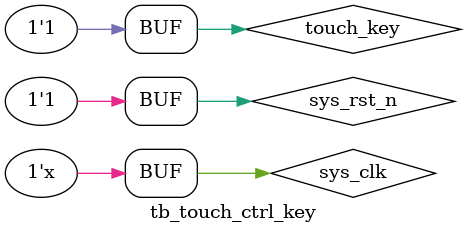
<source format=v>
`timescale 1ns/1ns

module tb_touch_ctrl_key();

reg	sys_clk;
reg	sys_rst_n;
reg	touch_key;
wire	led;

initial
	begin
		sys_clk = 1'b1;
		sys_rst_n <= 1'b0;
		#200
		sys_rst_n <= 1'b1;
	end

always #10 sys_clk = ~sys_clk;

initial
	begin
		touch_key <= 1'b1;
		#400
		touch_key <= 1'b0;
		#2000
		touch_key <= 1'b1;
		#1000
		touch_key <= 1'b0;
		#3000
		touch_key <= 1'b1;
	end

touch_ctrl_key touch_ctrl_key_inst
(
	.sys_clk(sys_clk)	,
	.sys_rst_n(sys_rst_n)	,
	.touch_key(touch_key)	,

	.led(led)
);

endmodule


</source>
